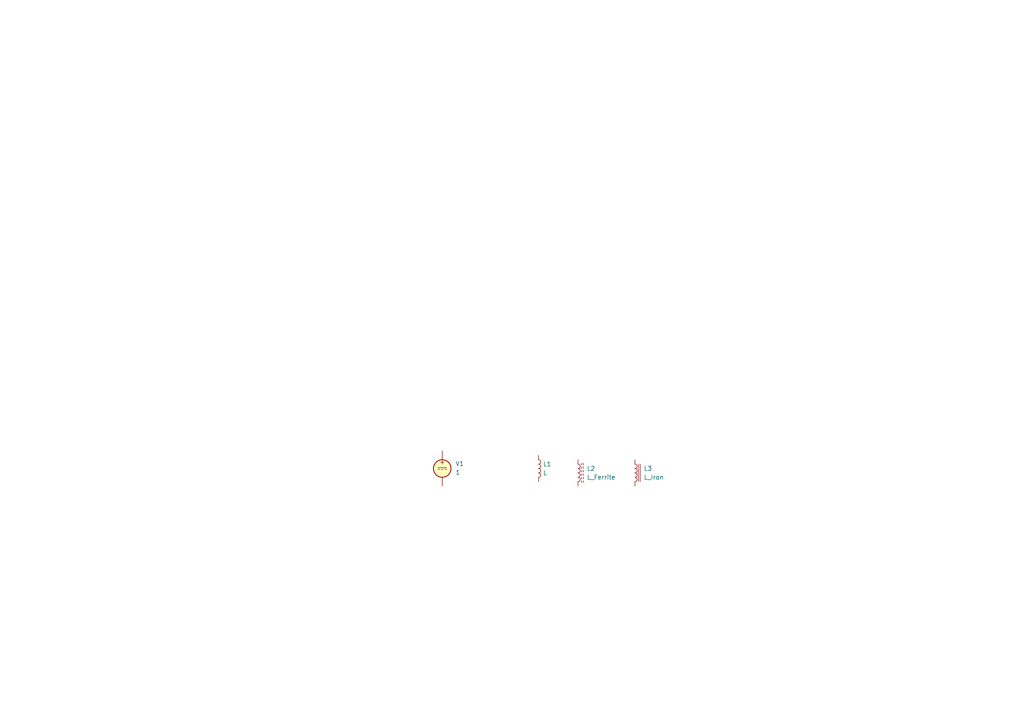
<source format=kicad_sch>
(kicad_sch (version 20231120) (generator "eeschema") (generator_version "8.0")
  (paper "A4")
  (lib_symbols
    (symbol "Device:L" (pin_numbers hide) (pin_names (offset 1.016) hide)
      (property "Reference" "L" (at -1.27 0 90))
      (property "Value" "L" (at 1.905 0 90))
      (symbol "L_0_1"
        (arc (start 0 -2.54) (mid 0.6323 -1.905) (end 0 -1.27))
        (arc (start 0 -1.27) (mid 0.6323 -0.635) (end 0 0))
        (arc (start 0 0) (mid 0.6323 0.635) (end 0 1.27))
        (arc (start 0 1.27) (mid 0.6323 1.905) (end 0 2.54))
      )
      (symbol "L_1_1"
        (pin passive line (at 0 3.81 270) (length 1.27) (name "1") (number "1"))
        (pin passive line (at 0 -3.81 90) (length 1.27) (name "2") (number "2"))
      )
    )
    (symbol "Device:L_Ferrite" (pin_numbers hide) (pin_names (offset 1.016) hide)
      (property "Reference" "L" (at -1.27 0 90))
      (property "Value" "L_Ferrite" (at 2.794 0 90))
      (symbol "L_Ferrite_0_1"
        (arc (start 0 -2.54) (mid 0.6323 -1.905) (end 0 -1.27))
        (arc (start 0 -1.27) (mid 0.6323 -0.635) (end 0 0))
        (polyline (pts (xy 1.016 -2.794) (xy 1.016 -2.286)))
        (polyline (pts (xy 1.016 -1.778) (xy 1.016 -1.27)))
        (polyline (pts (xy 1.016 -0.762) (xy 1.016 -0.254)))
        (polyline (pts (xy 1.016 0.254) (xy 1.016 0.762)))
        (polyline (pts (xy 1.016 1.27) (xy 1.016 1.778)))
        (polyline (pts (xy 1.016 2.286) (xy 1.016 2.794)))
        (polyline (pts (xy 1.524 -2.286) (xy 1.524 -2.794)))
        (polyline (pts (xy 1.524 -1.27) (xy 1.524 -1.778)))
        (polyline (pts (xy 1.524 -0.254) (xy 1.524 -0.762)))
        (polyline (pts (xy 1.524 0.762) (xy 1.524 0.254)))
        (polyline (pts (xy 1.524 1.778) (xy 1.524 1.27)))
        (polyline (pts (xy 1.524 2.794) (xy 1.524 2.286)))
        (arc (start 0 0) (mid 0.6323 0.635) (end 0 1.27))
        (arc (start 0 1.27) (mid 0.6323 1.905) (end 0 2.54))
      )
      (symbol "L_Ferrite_1_1"
        (pin passive line (at 0 3.81 270) (length 1.27) (name "1") (number "1"))
        (pin passive line (at 0 -3.81 90) (length 1.27) (name "2") (number "2"))
      )
    )
    (symbol "Device:L_Iron" (pin_numbers hide) (pin_names (offset 1.016) hide)
      (property "Reference" "L" (at -1.27 0 90))
      (property "Value" "L_Iron" (at 2.794 0 90))
      (symbol "L_Iron_0_1"
        (arc (start 0 -2.54) (mid 0.6323 -1.905) (end 0 -1.27))
        (arc (start 0 -1.27) (mid 0.6323 -0.635) (end 0 0))
        (polyline (pts (xy 1.016 2.54) (xy 1.016 -2.54)))
        (polyline (pts (xy 1.524 -2.54) (xy 1.524 2.54)))
        (arc (start 0 0) (mid 0.6323 0.635) (end 0 1.27))
        (arc (start 0 1.27) (mid 0.6323 1.905) (end 0 2.54))
      )
      (symbol "L_Iron_1_1"
        (pin passive line (at 0 3.81 270) (length 1.27) (name "1") (number "1"))
        (pin passive line (at 0 -3.81 90) (length 1.27) (name "2") (number "2"))
      )
    )
    (symbol "Simulation_SPICE:VDC" (pin_numbers hide) (pin_names (offset 0.0254))
      (property "Reference" "V" (at 2.54 2.54 0))
      (property "Value" "1" (at 2.54 0 0))
      (symbol "VDC_0_0"
        (polyline (pts (xy -1.27 0.254) (xy 1.27 0.254)))
        (polyline (pts (xy -0.762 -0.254) (xy -1.27 -0.254)))
        (polyline (pts (xy 0.254 -0.254) (xy -0.254 -0.254)))
        (polyline (pts (xy 1.27 -0.254) (xy 0.762 -0.254)))
        (text "+" (at 0 1.905 0) (effects (font (size 1.27 1.27))))
      )
      (symbol "VDC_0_1"
        (circle (center 0 0) (radius 2.54) (stroke (width 0.254)) (fill (type background)))
      )
      (symbol "VDC_1_1"
        (pin passive line (at 0 5.08 270) (length 2.54) (name "~") (number "1"))
        (pin passive line (at 0 -5.08 90) (length 2.54) (name "~") (number "2"))
      )
    )
  )
  (symbol (lib_id "Device:L") (at 156.21 135.89 0) (unit 1)
    (property "Reference" "L1" (at 157.48 134.6199 0) (effects (justify left)))
    (property "Value" "L" (at 157.48 137.1599 0) (effects (justify left)))
    (property "Description" "Inductor" (effects (hide yes)))
  )
  (symbol (lib_id "Device:L_Iron") (at 184.15 137.16 0) (unit 1)
    (property "Reference" "L3" (at 186.69 135.8899 0) (effects (justify left)))
    (property "Value" "L_Iron" (at 186.69 138.4299 0) (effects (justify left)))
    (property "Description" "Inductor with iron core" (effects (hide yes)))
  )
  (symbol (lib_id "Device:L_Ferrite") (at 167.64 137.16 0) (unit 1)
    (property "Reference" "L2" (at 170.18 135.8899 0) (effects (justify left)))
    (property "Value" "L_Ferrite" (at 170.18 138.4299 0) (effects (justify left)))
    (property "Description" "Inductor with ferrite core" (effects (hide yes)))
  )
  (symbol (lib_id "Simulation_SPICE:VDC") (at 128.27 135.89 0) (unit 1)
    (property "Reference" "V1" (at 132.08 134.4901 0) (effects (justify left)))
    (property "Value" "1" (at 132.08 137.0301 0) (effects (justify left)))
    (property "Datasheet" "https://ngspice.sourceforge.io/docs/ngspice-html-manual/manual.xhtml#sec_Independent_Sources_for" (effects (hide yes)))
    (property "Description" "Voltage source, DC" (effects (hide yes)))
    (property "Sim.Pins" "1=+ 2=-" (effects (hide yes)))
    (property "Sim.Type" "DC" (effects (hide yes)))
    (property "Sim.Device" "V" (effects (hide yes)))
  )
)
</source>
